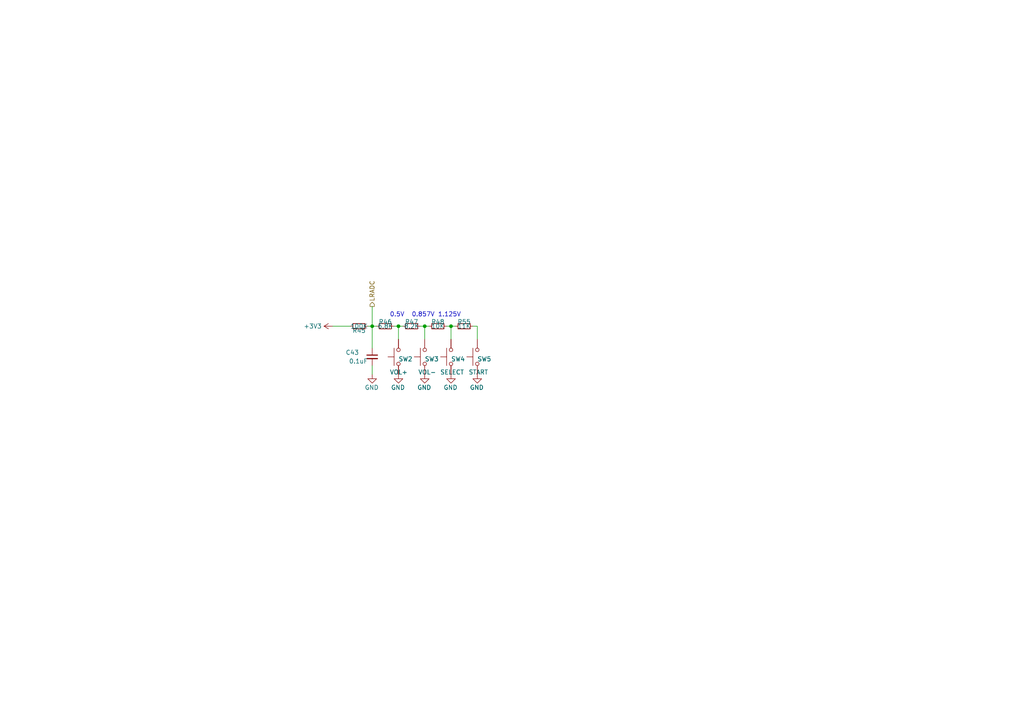
<source format=kicad_sch>
(kicad_sch (version 20210606) (generator eeschema)
  (paper "A4")
  (lib_symbols
    (symbol "Device:C_Small" (pin_numbers hide) (pin_names (offset 0.254) hide)
      (property "Reference" "C" (at 0.254 1.778 0))
      (property "Value" "C_Small" (at 0.254 -2.032 0))
      (symbol "C_Small_0_1"
        (polyline (pts (xy -1.524 -0.508) (xy 1.524 -0.508)) (stroke (width 0.3302)))
        (polyline (pts (xy -1.524 0.508) (xy 1.524 0.508)) (stroke (width 0.3048)))
      )
      (symbol "C_Small_1_1"
        (pin passive line (at 0 2.54 270) (length 2.032) (name "~") (number "1"))
        (pin passive line (at 0 -2.54 90) (length 2.032) (name "~") (number "2"))
      )
    )
    (symbol "Device:R_Small" (pin_numbers hide) (pin_names (offset 0.254) hide)
      (property "Reference" "R" (at 0.762 0.508 0))
      (property "Value" "R_Small" (at 0.762 -1.016 0))
      (symbol "R_Small_0_1"
        (rectangle (start -0.762 1.778) (end 0.762 -1.778) (stroke (width 0.2032)))
      )
      (symbol "R_Small_1_1"
        (pin passive line (at 0 2.54 270) (length 0.762) (name "~") (number "1"))
        (pin passive line (at 0 -2.54 90) (length 0.762) (name "~") (number "2"))
      )
    )
    (symbol "Switch:SW_Push" (pin_numbers hide) (pin_names (offset 1.016) hide)
      (property "Reference" "SW" (at 1.27 2.54 0))
      (property "Value" "SW_Push" (at 0 -1.524 0))
      (symbol "SW_Push_0_1"
        (circle (center -2.032 0) (radius 0.508))
        (circle (center 2.032 0) (radius 0.508))
        (polyline (pts (xy 0 1.27) (xy 0 3.048)))
        (polyline (pts (xy 2.54 1.27) (xy -2.54 1.27)))
        (pin passive line (at -5.08 0 0) (length 2.54) (name "1") (number "1"))
        (pin passive line (at 5.08 0 180) (length 2.54) (name "2") (number "2"))
      )
    )
    (symbol "power:+3V3" (power) (pin_names (offset 0))
      (property "Value" "+3V3" (at 0 3.556 0))
      (symbol "+3V3_0_1"
        (polyline (pts (xy -0.762 1.27) (xy 0 2.54)))
        (polyline (pts (xy 0 0) (xy 0 2.54)))
        (polyline (pts (xy 0 2.54) (xy 0.762 1.27)))
      )
      (symbol "+3V3_1_1"
        (pin power_in line (at 0 0 90) (length 0) hide (name "+3V3") (number "1"))
      )
    )
    (symbol "power:GND" (power) (pin_names (offset 0))
      (property "Value" "GND" (at 0 -3.81 0))
      (symbol "GND_0_1"
        (polyline (pts (xy 0 0) (xy 0 -1.27) (xy 1.27 -1.27) (xy 0 -2.54) (xy -1.27 -1.27) (xy 0 -1.27)))
      )
      (symbol "GND_1_1"
        (pin power_in line (at 0 0 270) (length 0) hide (name "GND") (number "1"))
      )
    )
  )
  (junction (at 107.95 94.615) (diameter 0.9144))
  (junction (at 115.57 94.615) (diameter 0.9144))
  (junction (at 123.19 94.615) (diameter 0.9144))
  (junction (at 130.81 94.615) (diameter 0.9144))
  (wire (pts (xy 96.52 94.615) (xy 101.6 94.615)))
  (wire (pts (xy 106.68 94.615) (xy 107.95 94.615)))
  (wire (pts (xy 107.95 88.9) (xy 107.95 94.615)))
  (wire (pts (xy 107.95 94.615) (xy 107.95 100.965)))
  (wire (pts (xy 107.95 94.615) (xy 109.22 94.615)))
  (wire (pts (xy 107.95 108.585) (xy 107.95 106.045)))
  (wire (pts (xy 114.3 94.615) (xy 115.57 94.615)))
  (wire (pts (xy 115.57 94.615) (xy 115.57 98.425)))
  (wire (pts (xy 115.57 94.615) (xy 116.84 94.615)))
  (wire (pts (xy 121.92 94.615) (xy 123.19 94.615)))
  (wire (pts (xy 123.19 94.615) (xy 123.19 98.425)))
  (wire (pts (xy 123.19 94.615) (xy 124.46 94.615)))
  (wire (pts (xy 130.81 94.615) (xy 129.54 94.615)))
  (wire (pts (xy 130.81 94.615) (xy 132.08 94.615)))
  (wire (pts (xy 130.81 98.425) (xy 130.81 94.615)))
  (wire (pts (xy 137.16 94.615) (xy 138.43 94.615)))
  (wire (pts (xy 138.43 94.615) (xy 138.43 98.425)))
  (text "0.5V" (at 113.03 92.075 0) (effects (font (size 1.27 1.27)) (justify left bottom)))
  (text "0.857V" (at 119.38 92.075 0) (effects (font (size 1.27 1.27)) (justify left bottom)))
  (text "1.125V" (at 127 92.075 0) (effects (font (size 1.27 1.27)) (justify left bottom)))
  (hierarchical_label "LRADC" (shape output) (at 107.95 88.9 90))
  (symbol (lib_id "power:+3V3") (at 96.52 94.615 90) (unit 1)
    (property "Reference" "#PWR0133" (effects hide))
    (property "Value" "+3V3" (at 93.345 94.6151 90) (effects (justify left)))
  )
  (symbol (lib_id "power:GND") (at 107.95 108.585 0) (unit 1)
    (property "Reference" "#PWR0104" (effects hide))
    (property "Value" "GND" (at 109.8551 112.395 0) (effects (justify right)))
  )
  (symbol (lib_id "power:GND") (at 115.57 108.585 0) (unit 1)
    (property "Reference" "#PWR0105" (effects hide))
    (property "Value" "GND" (at 117.4751 112.395 0) (effects (justify right)))
  )
  (symbol (lib_id "power:GND") (at 123.19 108.585 0) (unit 1)
    (property "Reference" "#PWR0108" (effects hide))
    (property "Value" "GND" (at 125.0951 112.395 0) (effects (justify right)))
  )
  (symbol (lib_id "power:GND") (at 130.81 108.585 0) (unit 1)
    (property "Reference" "#PWR0107" (effects hide))
    (property "Value" "GND" (at 132.7151 112.395 0) (effects (justify right)))
  )
  (symbol (lib_id "power:GND") (at 138.43 108.585 0) (unit 1)
    (property "Reference" "#PWR0106" (effects hide))
    (property "Value" "GND" (at 140.3351 112.395 0) (effects (justify right)))
  )
  (symbol (lib_id "Device:R_Small") (at 104.14 94.615 270) (unit 1)
    (property "Reference" "R45" (at 104.14 95.885 90))
    (property "Value" "100K" (at 104.14 94.615 90))
    (property "Footprint" "Resistor_SMD:R_0603_1608Metric" (effects hide))
    (property "Datasheet" "~{}" (effects hide))
  )
  (symbol (lib_id "Device:R_Small") (at 111.76 94.615 90) (unit 1)
    (property "Reference" "R46" (at 111.76 93.345 90))
    (property "Value" "6.8K" (at 111.76 94.615 90))
    (property "Footprint" "Resistor_SMD:R_0603_1608Metric" (effects hide))
    (property "Datasheet" "~{}" (effects hide))
  )
  (symbol (lib_id "Device:R_Small") (at 119.38 94.615 90) (unit 1)
    (property "Reference" "R47" (at 119.38 93.345 90))
    (property "Value" "8.2K" (at 119.38 94.615 90))
    (property "Footprint" "Resistor_SMD:R_0603_1608Metric" (effects hide))
    (property "Datasheet" "~{}" (effects hide))
  )
  (symbol (lib_id "Device:R_Small") (at 127 94.615 90) (unit 1)
    (property "Reference" "R48" (at 127 93.345 90))
    (property "Value" "10K" (at 127 94.615 90))
    (property "Footprint" "Resistor_SMD:R_0603_1608Metric" (effects hide))
    (property "Datasheet" "~{}" (effects hide))
  )
  (symbol (lib_id "Device:R_Small") (at 134.62 94.615 90) (unit 1)
    (property "Reference" "R55" (at 134.62 93.345 90))
    (property "Value" "11K" (at 134.62 94.615 90))
    (property "Footprint" "Resistor_SMD:R_0603_1608Metric" (effects hide))
    (property "Datasheet" "~{}" (effects hide))
  )
  (symbol (lib_id "Device:C_Small") (at 107.95 103.505 0) (mirror y) (unit 1)
    (property "Reference" "C43" (at 104.14 102.235 0) (effects (justify left)))
    (property "Value" "0.1uF" (at 106.68 104.775 0) (effects (justify left)))
    (property "Footprint" "Capacitor_SMD:C_0603_1608Metric" (effects hide))
    (property "Datasheet" "~{}" (effects hide))
  )
  (symbol (lib_id "Switch:SW_Push") (at 115.57 103.505 90) (unit 1)
    (property "Reference" "SW2" (at 115.57 104.1399 90) (effects (justify right)))
    (property "Value" "VOL+" (at 113.03 107.9499 90) (effects (justify right)))
    (property "Footprint" "Button_Switch_SMD:SW_SPST_CK_RS282G05A3" (effects hide))
    (property "Datasheet" "~{}" (effects hide))
  )
  (symbol (lib_id "Switch:SW_Push") (at 123.19 103.505 90) (unit 1)
    (property "Reference" "SW3" (at 123.19 104.1399 90) (effects (justify right)))
    (property "Value" "VOL-" (at 121.285 107.9499 90) (effects (justify right)))
    (property "Footprint" "Button_Switch_SMD:SW_SPST_CK_RS282G05A3" (effects hide))
    (property "Datasheet" "~{}" (effects hide))
  )
  (symbol (lib_id "Switch:SW_Push") (at 130.81 103.505 90) (unit 1)
    (property "Reference" "SW4" (at 130.81 104.1399 90) (effects (justify right)))
    (property "Value" "SELECT" (at 127.635 107.9499 90) (effects (justify right)))
    (property "Footprint" "Button_Switch_SMD:SW_SPST_CK_RS282G05A3" (effects hide))
    (property "Datasheet" "~{}" (effects hide))
  )
  (symbol (lib_id "Switch:SW_Push") (at 138.43 103.505 90) (unit 1)
    (property "Reference" "SW5" (at 138.43 104.1399 90) (effects (justify right)))
    (property "Value" "START" (at 135.89 107.9499 90) (effects (justify right)))
    (property "Footprint" "Button_Switch_SMD:SW_SPST_CK_RS282G05A3" (effects hide))
    (property "Datasheet" "~{}" (effects hide))
  )
)
</source>
